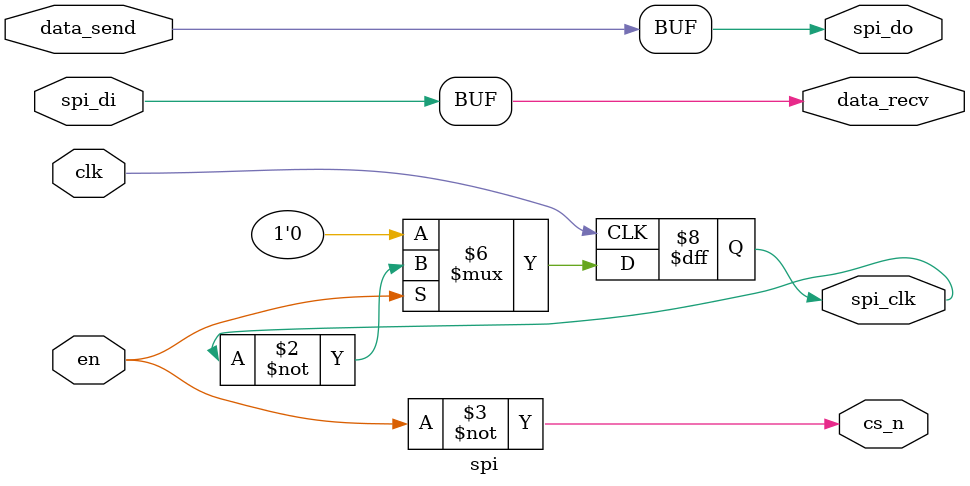
<source format=v>

module spi (
           input clk,
           input en,
           output data_recv,
           input data_send,
           // output reg[63:0] data_cnt = 0,

           output reg spi_clk = 0,
           input spi_di,
           output spi_do,
           output cs_n
       );
/////////////////////////////////////////////
// parameter and signals
/////////////////////////////////////////////
// parameter

// regs or wires


/////////////////////////////////////////////
// main code
/////////////////////////////////////////////
// half clock
always @ (posedge clk) begin
    if(en)
        spi_clk <= ~spi_clk;
    else
        spi_clk <= 0;
end

assign cs_n = ~(en);

// always @ (negedge spi_clk or posedge en) begin
//     spi_do <= data_send;
//     data_recv <= spi_di;
// end

assign spi_do = data_send;
assign data_recv = spi_di;

// always @ (posedge spi_clk) begin
//     if(en)
//         data_cnt <= data_cnt + 1;
//     else
//         data_cnt <= 0;
// end

/////////////////////////////////////////////
// code end
/////////////////////////////////////////////
endmodule

</source>
